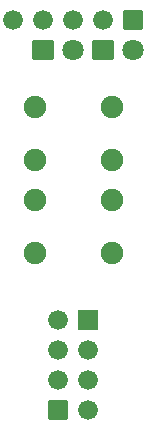
<source format=gbs>
G04 Layer: BottomSolderMaskLayer*
G04 EasyEDA v6.5.39, 2024-01-09 17:58:11*
G04 513add75e8284d268c780af8c863d2b6,7c1e8d740ba24e6f83eb2d53d3341807,10*
G04 Gerber Generator version 0.2*
G04 Scale: 100 percent, Rotated: No, Reflected: No *
G04 Dimensions in millimeters *
G04 leading zeros omitted , absolute positions ,4 integer and 5 decimal *
%FSLAX45Y45*%
%MOMM*%

%AMMACRO1*1,1,$1,$2,$3*1,1,$1,$4,$5*1,1,$1,0-$2,0-$3*1,1,$1,0-$4,0-$5*20,1,$1,$2,$3,$4,$5,0*20,1,$1,$4,$5,0-$2,0-$3,0*20,1,$1,0-$2,0-$3,0-$4,0-$5,0*20,1,$1,0-$4,0-$5,$2,$3,0*4,1,4,$2,$3,$4,$5,0-$2,0-$3,0-$4,0-$5,$2,$3,0*%
%ADD10MACRO1,0.1016X0.7874X-0.7874X0.7874X0.7874*%
%ADD11C,1.6764*%
%ADD12R,1.6764X1.6764*%
%ADD13MACRO1,0.1016X0.7874X-0.7874X-0.7874X-0.7874*%
%ADD14MACRO1,0.1016X-0.85X0.7874X0.85X0.7874*%
%ADD15C,1.8016*%
%ADD16C,1.9016*%

%LPD*%
D10*
G01*
X-127000Y-1638300D03*
D11*
G01*
X-127000Y-1384300D03*
G01*
X-127000Y-1130300D03*
G01*
X-127000Y-876300D03*
D12*
G01*
X127000Y-876300D03*
D11*
G01*
X127000Y-1130300D03*
G01*
X127000Y-1384300D03*
G01*
X127000Y-1638300D03*
G01*
X-508000Y1663700D03*
G01*
X-254000Y1663700D03*
G01*
X0Y1663700D03*
G01*
X254000Y1663700D03*
D13*
G01*
X508000Y1663700D03*
D14*
G01*
X-253998Y1409700D03*
D15*
G01*
X0Y1409700D03*
D16*
G01*
X-324993Y923493D03*
G01*
X324993Y923493D03*
G01*
X-324993Y473506D03*
G01*
X324993Y473506D03*
G01*
X-324993Y136093D03*
G01*
X324993Y136093D03*
G01*
X-324993Y-313893D03*
G01*
X324993Y-313893D03*
D14*
G01*
X254001Y1409700D03*
D15*
G01*
X508000Y1409700D03*
M02*

</source>
